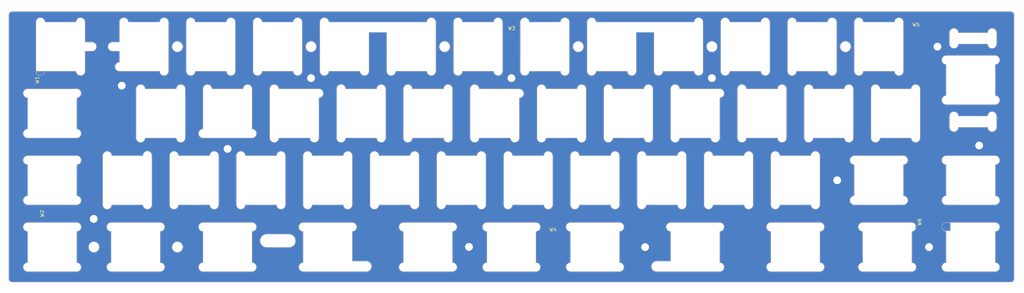
<source format=kicad_pcb>
(kicad_pcb (version 4) (host pcbnew r6904-product)
  (layers (0 F.Cu power) (31 B.Cu power) (34 B.Paste user) (36 B.SilkS user) (38 B.Mask user) (44 Edge.Cuts user))
  (net 0 "")
  (net 1 GND)
  (module footprints:Connector_B_5x10mm (layer F.Cu) (at 85.344 139.446 90)
    (fp_text reference W1 (at 0 -3.81 90) (layer F.SilkS))
    (fp_text value TEST_1P hide)
    (pad 1 connect rect (at 0 0 90) (size 5 10) (layers B.Cu B.Mask) (net 1 GND))
  )
  (module footprints:Connector_B_5x10mm (layer F.Cu) (at 86.741 177.546 90)
    (fp_text reference W2 (at 0 -3.81 90) (layer F.SilkS))
    (fp_text value TEST_1P hide)
    (pad 1 connect rect (at 0 0 90) (size 5 10) (layers B.Cu B.Mask) (net 1 GND))
  )
  (module footprints:Connector_B_5x10mm (layer F.Cu) (at 216.789 128.524)
    (fp_text reference W3 (at 0 -3.81) (layer F.SilkS))
    (fp_text value TEST_1P hide)
    (pad 1 connect rect (at 0 0) (size 5 10) (layers B.Cu B.Mask) (net 1 GND))
  )
  (module footprints:Connector_B_5x10mm (layer F.Cu) (at 228.6 185.928)
    (fp_text reference W4 (at 0 -3.81) (layer F.SilkS))
    (fp_text value TEST_1P hide)
    (pad 1 connect rect (at 0 0) (size 5 10) (layers B.Cu B.Mask) (net 1 GND))
  )
  (module footprints:Connector_B_5x10mm (layer F.Cu) (at 332.105 127.508)
    (fp_text reference W5 (at 0 -3.81) (layer F.SilkS))
    (fp_text value TEST_1P hide)
    (pad 1 connect rect (at 0 0) (size 5 10) (layers B.Cu B.Mask) (net 1 GND))
  )
  (module footprints:Connector_B_5x10mm (layer F.Cu) (at 336.931 179.959 90)
    (fp_text reference W6 (at 0 -3.81 90) (layer F.SilkS))
    (fp_text value TEST_1P hide)
    (pad 1 connect rect (at 0 0 90) (size 5 10) (layers B.Cu B.Mask) (net 1 GND))
  )
  (module footprints:MountingHole_2.2mm_M2_Pad (layer F.Cu) (at 105.6386 141.0716)
    (fp_text reference W7 hide)
    (fp_text value TEST_1P hide)
    (pad 1 thru_hole circle (at 0 0) (size 4.4 4.4) (drill 2.2) (layers *.Cu *.Mask) (net 1 GND))
  )
  (module footprints:MountingHole_2.2mm_M2_Pad (layer F.Cu) (at 97.6376 179.07)
    (fp_text reference W8 hide)
    (fp_text value TEST_1P hide)
    (pad 1 thru_hole circle (at 0 0) (size 4.4 4.4) (drill 2.2) (layers *.Cu *.Mask) (net 1 GND))
  )
  (module footprints:MountingHole_2.2mm_M2_Pad (layer F.Cu) (at 135.8138 159.0802)
    (fp_text reference W9 hide)
    (fp_text value TEST_1P hide)
    (pad 1 thru_hole circle (at 0 0) (size 4.4 4.4) (drill 2.2) (layers *.Cu *.Mask) (net 1 GND))
  )
  (module footprints:MountingHole_2.2mm_M2_Pad (layer F.Cu) (at 159.6136 138.9126)
    (fp_text reference W10 hide)
    (fp_text value TEST_1P hide)
    (pad 1 thru_hole circle (at 0 0) (size 4.4 4.4) (drill 2.2) (layers *.Cu *.Mask) (net 1 GND))
  )
  (module footprints:MountingHole_2.2mm_M2_Pad (layer F.Cu) (at 216.7636 138.9126)
    (fp_text reference W11 hide)
    (fp_text value TEST_1P hide)
    (pad 1 thru_hole circle (at 0 0) (size 4.4 4.4) (drill 2.2) (layers *.Cu *.Mask) (net 1 GND))
  )
  (module footprints:MountingHole_2.2mm_M2_Pad (layer F.Cu) (at 204.6478 187.0456)
    (fp_text reference W12 hide)
    (fp_text value TEST_1P hide)
    (pad 1 thru_hole circle (at 0 0) (size 4.4 4.4) (drill 2.2) (layers *.Cu *.Mask) (net 1 GND))
  )
  (module footprints:MountingHole_2.2mm_M2_Pad (layer F.Cu) (at 254.8636 187.0964)
    (fp_text reference W13 hide)
    (fp_text value TEST_1P hide)
    (pad 1 thru_hole circle (at 0 0) (size 4.4 4.4) (drill 2.2) (layers *.Cu *.Mask) (net 1 GND))
  )
  (module footprints:MountingHole_2.2mm_M2_Pad (layer F.Cu) (at 273.9136 138.9126)
    (fp_text reference W14 hide)
    (fp_text value TEST_1P hide)
    (pad 1 thru_hole circle (at 0 0) (size 4.4 4.4) (drill 2.2) (layers *.Cu *.Mask) (net 1 GND))
  )
  (module footprints:MountingHole_2.2mm_M2_Pad (layer F.Cu) (at 309.6514 168.0464)
    (fp_text reference W15 hide)
    (fp_text value TEST_1P hide)
    (pad 1 thru_hole circle (at 0 0) (size 4.4 4.4) (drill 2.2) (layers *.Cu *.Mask) (net 1 GND))
  )
  (module footprints:MountingHole_2.2mm_M2_Pad (layer F.Cu) (at 338.2264 129.9464)
    (fp_text reference W16 hide)
    (fp_text value TEST_1P hide)
    (pad 1 thru_hole circle (at 0 0) (size 4.4 4.4) (drill 2.2) (layers *.Cu *.Mask) (net 1 GND))
  )
  (module footprints:MountingHole_2.2mm_M2_Pad (layer F.Cu) (at 350.139 158.1404)
    (fp_text reference W17 hide)
    (fp_text value TEST_1P hide)
    (pad 1 thru_hole circle (at 0 0) (size 4.4 4.4) (drill 2.2) (layers *.Cu *.Mask) (net 1 GND))
  )
  (module footprints:MountingHole_2.2mm_M2_Pad (layer F.Cu) (at 335.8388 187.0964)
    (fp_text reference W18 hide)
    (fp_text value TEST_1P hide)
    (pad 1 thru_hole circle (at 0 0) (size 4.4 4.4) (drill 2.2) (layers *.Cu *.Mask) (net 1 GND))
  )
  (gr_line (start 146.95 187.15) (end 153.3 187.15) (angle 90) (layer Edge.Cuts) (width 0.1))
  (gr_line (start 146.95 183.45) (end 153.3 183.45) (angle 90) (layer Edge.Cuts) (width 0.1))
  (gr_arc (start 146.965 185.3) (end 146.965 187.15) (angle 180) (layer Edge.Cuts) (width 0.1))
  (gr_arc (start 153.315 185.3) (end 153.315 187.15) (angle -180) (layer Edge.Cuts) (width 0.1))
  (gr_arc (start 78.818315 143.234223) (end 79.067062 142.009223) (angle -191.478341) (layer Edge.Cuts) (width 0.1))
  (gr_line (start 79.067062 142.009223) (end 92.520048 142.009223) (layer Edge.Cuts) (width 0.1))
  (gr_line (start 78.818315 153.458661) (end 78.818315 144.484223) (layer Edge.Cuts) (width 0.1))
  (gr_arc (start 160.574385 155.959703) (end 159.324385 155.959703) (angle -178.4078265) (layer Edge.Cuts) (width 0.1))
  (gr_arc (start 160.574385 155.959703) (end 161.823902 155.994434) (angle -3.184347) (layer Edge.Cuts) (width 0.1))
  (gr_line (start 161.823902 144.484223) (end 161.823902 155.924971) (layer Edge.Cuts) (width 0.1))
  (gr_line (start 159.324385 155.959703) (end 150.374946 155.959703) (layer Edge.Cuts) (width 0.1))
  (gr_arc (start 198.67695 155.959703) (end 197.42695 155.959703) (angle -175.9979877) (layer Edge.Cuts) (width 0.1))
  (gr_arc (start 198.67695 155.959703) (end 199.923902 156.046942) (angle -8.00402453) (layer Edge.Cuts) (width 0.1))
  (gr_line (start 199.923902 142.096462) (end 199.923902 155.872463) (layer Edge.Cuts) (width 0.1))
  (gr_line (start 197.42695 155.959703) (end 188.477512 155.959703) (layer Edge.Cuts) (width 0.1))
  (gr_line (start 238.023902 142.043954) (end 238.023902 155.924971) (layer Edge.Cuts) (width 0.1))
  (gr_arc (start 236.774385 155.959703) (end 235.524385 155.959703) (angle -181.5921735) (layer Edge.Cuts) (width 0.1))
  (gr_line (start 235.524385 155.959703) (end 226.574946 155.959703) (layer Edge.Cuts) (width 0.1))
  (gr_arc (start 276.135815 143.234223) (end 276.125426 144.48418) (angle -168.9978429) (layer Edge.Cuts) (width 0.1))
  (gr_arc (start 276.135815 143.234223) (end 276.384562 142.009223) (angle -22.95668191) (layer Edge.Cuts) (width 0.1))
  (gr_line (start 276.125426 144.48418) (end 276.125426 155.802646) (layer Edge.Cuts) (width 0.1))
  (gr_line (start 264.685894 142.009223) (end 275.887068 142.009223) (layer Edge.Cuts) (width 0.1))
  (gr_line (start 273.635332 155.959703) (end 264.685894 155.959703) (layer Edge.Cuts) (width 0.1))
  (gr_arc (start 274.885332 155.959703) (end 273.635332 155.959703) (angle -172.7819644) (layer Edge.Cuts) (width 0.1))
  (gr_arc (start 274.885332 155.959703) (end 276.125426 156.11676) (angle -14.43607114) (layer Edge.Cuts) (width 0.1))
  (gr_line (start 169.427262 142.009223) (end 178.371597 142.009223) (layer Edge.Cuts) (width 0.1))
  (gr_arc (start 168.177512 141.984223) (end 169.427512 141.984223) (angle -180) (layer Edge.Cuts) (width 0.1))
  (gr_arc (start 157.396898 192.812649) (end 157.396898 191.562649) (angle -183.7789408) (layer Edge.Cuts) (width 0.1))
  (gr_line (start 157.479282 194.059931) (end 175.381514 194.059931) (layer Edge.Cuts) (width 0.1))
  (gr_line (start 258.151989 194.059931) (end 276.039994 194.059931) (layer Edge.Cuts) (width 0.1))
  (gr_arc (start 276.122378 192.812649) (end 276.039994 194.059931) (angle -183.7789408) (layer Edge.Cuts) (width 0.1))
  (gr_arc (start 320.574946 155.959703) (end 319.325962 155.909315) (angle -182.3102492) (layer Edge.Cuts) (width 0.1))
  (gr_line (start 319.325962 155.909315) (end 319.325962 142.059611) (layer Edge.Cuts) (width 0.1))
  (gr_arc (start 354.70312 173.762725) (end 354.619591 175.009931) (angle -183.8315699) (layer Edge.Cuts) (width 0.1))
  (gr_line (start 340.83617 175.009931) (end 354.619591 175.009931) (layer Edge.Cuts) (width 0.1))
  (gr_arc (start 340.75264 173.762725) (end 340.75264 172.512725) (angle -183.8315699) (layer Edge.Cuts) (width 0.1))
  (gr_arc (start 328.509878 173.762725) (end 328.426349 175.009931) (angle -183.8315699) (layer Edge.Cuts) (width 0.1))
  (gr_line (start 314.642928 175.009931) (end 328.426349 175.009931) (layer Edge.Cuts) (width 0.1))
  (gr_arc (start 314.559398 173.762725) (end 314.559398 172.512725) (angle -183.8315699) (layer Edge.Cuts) (width 0.1))
  (gr_arc (start 291.999692 161.059223) (end 293.249692 161.059223) (angle -182.5829813) (layer Edge.Cuts) (width 0.1))
  (gr_line (start 290.750962 174.95337) (end 290.750962 161.115556) (layer Edge.Cuts) (width 0.1))
  (gr_arc (start 291.999692 175.009703) (end 290.750962 174.95337) (angle -182.5829813) (layer Edge.Cuts) (width 0.1))
  (gr_line (start 271.700962 174.95337) (end 271.700962 161.115556) (layer Edge.Cuts) (width 0.1))
  (gr_arc (start 272.949692 161.059223) (end 274.199692 161.059223) (angle -182.5829813) (layer Edge.Cuts) (width 0.1))
  (gr_arc (start 272.949692 175.009703) (end 271.700962 174.95337) (angle -182.5829813) (layer Edge.Cuts) (width 0.1))
  (gr_arc (start 265.360078 161.059223) (end 266.600426 161.214261) (angle -187.1247746) (layer Edge.Cuts) (width 0.1))
  (gr_line (start 266.600426 161.214261) (end 266.600426 174.854665) (layer Edge.Cuts) (width 0.1))
  (gr_arc (start 265.360078 175.009703) (end 264.110078 175.009703) (angle -187.1247746) (layer Edge.Cuts) (width 0.1))
  (gr_arc (start 246.304465 161.063287) (end 247.550426 161.163687) (angle -184.6069664) (layer Edge.Cuts) (width 0.1))
  (gr_line (start 247.550426 161.163687) (end 247.550426 174.913367) (layer Edge.Cuts) (width 0.1))
  (gr_arc (start 246.304465 175.013767) (end 245.054465 175.013767) (angle -184.6069664) (layer Edge.Cuts) (width 0.1))
  (gr_line (start 214.550962 174.95337) (end 214.550962 161.115556) (layer Edge.Cuts) (width 0.1))
  (gr_arc (start 215.799692 175.009703) (end 214.550962 174.95337) (angle -182.5829813) (layer Edge.Cuts) (width 0.1))
  (gr_arc (start 196.749692 175.009703) (end 195.500962 174.95337) (angle -182.5829813) (layer Edge.Cuts) (width 0.1))
  (gr_line (start 195.500962 174.95337) (end 195.500962 161.115556) (layer Edge.Cuts) (width 0.1))
  (gr_arc (start 196.749692 161.059223) (end 197.999692 161.059223) (angle -182.5829813) (layer Edge.Cuts) (width 0.1))
  (gr_arc (start 189.151696 161.059223) (end 190.398902 160.975693) (angle -176.1684301) (layer Edge.Cuts) (width 0.1))
  (gr_line (start 190.398902 160.975693) (end 190.398902 174.926173) (layer Edge.Cuts) (width 0.1))
  (gr_arc (start 189.151696 175.009703) (end 187.901696 175.009703) (angle -183.8315699) (layer Edge.Cuts) (width 0.1))
  (gr_arc (start 158.646898 175.013767) (end 157.399692 174.930237) (angle -183.8315699) (layer Edge.Cuts) (width 0.1))
  (gr_line (start 157.399692 174.930237) (end 157.399692 161.146816) (layer Edge.Cuts) (width 0.1))
  (gr_arc (start 158.646898 161.063287) (end 159.896892 161.059223) (angle -183.6452895) (layer Edge.Cuts) (width 0.1))
  (gr_line (start 138.350962 174.95337) (end 138.350962 161.115556) (layer Edge.Cuts) (width 0.1))
  (gr_arc (start 139.599692 161.059223) (end 140.849692 161.059223) (angle -182.5829813) (layer Edge.Cuts) (width 0.1))
  (gr_arc (start 139.599692 175.009703) (end 138.350962 174.95337) (angle -182.5829813) (layer Edge.Cuts) (width 0.1))
  (gr_arc (start 120.549692 161.059223) (end 121.799692 161.059223) (angle -182.5829813) (layer Edge.Cuts) (width 0.1))
  (gr_line (start 119.300962 175.066036) (end 119.300962 161.115556) (layer Edge.Cuts) (width 0.1))
  (gr_arc (start 120.549692 175.009703) (end 119.300962 175.066036) (angle -177.4170187) (layer Edge.Cuts) (width 0.1))
  (gr_arc (start 92.768795 143.234223) (end 92.768795 144.484223) (angle -191.478341) (layer Edge.Cuts) (width 0.1))
  (gr_line (start 142.773902 142.043954) (end 142.773902 153.458662) (layer Edge.Cuts) (width 0.1))
  (gr_arc (start 141.524385 142.009223) (end 142.773902 142.043954) (angle -181.5921735) (layer Edge.Cuts) (width 0.1))
  (gr_line (start 166.924692 155.88412) (end 166.924692 141.984223) (layer Edge.Cuts) (width 0.1))
  (gr_arc (start 168.172152 155.963767) (end 166.924692 155.88412) (angle -183.6531964) (layer Edge.Cuts) (width 0.1))
  (gr_arc (start 217.724385 155.959703) (end 216.474385 155.959703) (angle -181.5921735) (layer Edge.Cuts) (width 0.1))
  (gr_line (start 218.973902 144.543954) (end 218.973902 155.924971) (layer Edge.Cuts) (width 0.1))
  (gr_line (start 257.075426 142.116791) (end 257.075426 155.860263) (layer Edge.Cuts) (width 0.1))
  (gr_arc (start 255.829719 155.963767) (end 254.579719 155.963767) (angle -184.7497113) (layer Edge.Cuts) (width 0.1))
  (gr_arc (start 301.524946 142.009223) (end 302.774946 142.009223) (angle -182.3102492) (layer Edge.Cuts) (width 0.1))
  (gr_line (start 300.275962 155.909315) (end 300.275962 142.059611) (layer Edge.Cuts) (width 0.1))
  (gr_arc (start 301.524946 155.959703) (end 300.275962 155.909315) (angle -182.3102492) (layer Edge.Cuts) (width 0.1))
  (gr_line (start 281.225962 155.909315) (end 281.225962 142.059611) (layer Edge.Cuts) (width 0.1))
  (gr_arc (start 282.474946 155.959703) (end 281.225962 155.909315) (angle -182.3102492) (layer Edge.Cuts) (width 0.1))
  (gr_arc (start 282.474946 142.009223) (end 283.724946 142.009223) (angle -182.3102492) (layer Edge.Cuts) (width 0.1))
  (gr_line (start 105.011938 128.684703) (end 105.011938 123.20797) (layer Edge.Cuts) (width 0.1))
  (gr_arc (start 106.236938 122.959223) (end 107.486938 122.959223) (angle -191.478341) (layer Edge.Cuts) (width 0.1))
  (gr_line (start 188.477512 142.009223) (end 197.42695 142.009223) (layer Edge.Cuts) (width 0.1))
  (gr_arc (start 198.67695 142.009223) (end 199.923902 142.096462) (angle -184.0020123) (layer Edge.Cuts) (width 0.1))
  (gr_line (start 207.524946 142.009223) (end 218.973902 142.009223) (layer Edge.Cuts) (width 0.1))
  (gr_line (start 102.749438 161.059223) (end 111.700813 161.059223) (layer Edge.Cuts) (width 0.1))
  (gr_line (start 114.198902 161.034223) (end 114.198902 175.034931) (layer Edge.Cuts) (width 0.1))
  (gr_arc (start 112.949385 160.999491) (end 114.198902 161.034223) (angle -181.5921735) (layer Edge.Cuts) (width 0.1))
  (gr_arc (start 218.973902 143.293954) (end 218.973902 144.543954) (angle -180) (layer Edge.Cuts) (width 0.1))
  (gr_line (start 78.818315 191.558509) (end 78.818315 182.60907) (layer Edge.Cuts) (width 0.1))
  (gr_line (start 78.818315 180.10907) (end 92.768793 180.10907) (layer Edge.Cuts) (width 0.1))
  (gr_line (start 92.767805 182.60907) (end 92.767805 191.558509) (layer Edge.Cuts) (width 0.1))
  (gr_line (start 102.630688 191.558509) (end 102.630688 182.60907) (layer Edge.Cuts) (width 0.1))
  (gr_line (start 102.630688 180.10907) (end 116.581166 180.10907) (layer Edge.Cuts) (width 0.1))
  (gr_line (start 116.581676 182.60907) (end 116.581676 191.558509) (layer Edge.Cuts) (width 0.1))
  (gr_line (start 128.824692 191.558509) (end 128.824692 182.60907) (layer Edge.Cuts) (width 0.1))
  (gr_line (start 128.824692 180.10907) (end 142.77517 180.10907) (layer Edge.Cuts) (width 0.1))
  (gr_line (start 142.773902 182.60907) (end 142.773902 191.55851) (layer Edge.Cuts) (width 0.1))
  (gr_line (start 157.396898 182.613211) (end 157.396898 191.562649) (layer Edge.Cuts) (width 0.1))
  (gr_line (start 171.347377 180.113211) (end 157.3969 180.113211) (layer Edge.Cuts) (width 0.1))
  (gr_line (start 171.351696 191.174523) (end 171.351696 182.613203) (layer Edge.Cuts) (width 0.1))
  (gr_line (start 175.381512 191.149523) (end 171.376696 191.149523) (layer Edge.Cuts) (width 0.1))
  (gr_line (start 185.974692 191.558509) (end 185.974692 182.60907) (layer Edge.Cuts) (width 0.1))
  (gr_line (start 185.974694 180.10907) (end 199.92517 180.10907) (layer Edge.Cuts) (width 0.1))
  (gr_line (start 199.923902 182.60907) (end 199.923902 191.55851) (layer Edge.Cuts) (width 0.1))
  (gr_line (start 209.787192 191.558509) (end 209.787192 182.60907) (layer Edge.Cuts) (width 0.1))
  (gr_line (start 209.787193 180.10907) (end 223.737672 180.10907) (layer Edge.Cuts) (width 0.1))
  (gr_line (start 225.999131 175.009931) (end 217.049692 175.009931) (layer Edge.Cuts) (width 0.1))
  (gr_line (start 206.949131 175.009931) (end 197.999692 175.009931) (layer Edge.Cuts) (width 0.1))
  (gr_line (start 187.901696 175.009931) (end 178.952258 175.009931) (layer Edge.Cuts) (width 0.1))
  (gr_line (start 168.846343 175.009931) (end 159.896892 175.009931) (layer Edge.Cuts) (width 0.1))
  (gr_line (start 149.799131 175.009931) (end 140.849692 175.009931) (layer Edge.Cuts) (width 0.1))
  (gr_line (start 130.749131 175.009931) (end 121.799692 175.009931) (layer Edge.Cuts) (width 0.1))
  (gr_line (start 111.698877 175.009931) (end 102.749438 175.009931) (layer Edge.Cuts) (width 0.1))
  (gr_line (start 100.249438 175.0097) (end 100.249438 161.059225) (layer Edge.Cuts) (width 0.1))
  (gr_line (start 92.767805 163.559222) (end 92.767805 172.508662) (layer Edge.Cuts) (width 0.1))
  (gr_line (start 78.818318 161.059223) (end 92.768793 161.059223) (layer Edge.Cuts) (width 0.1))
  (gr_line (start 78.818315 172.508661) (end 78.818315 163.559223) (layer Edge.Cuts) (width 0.1))
  (gr_line (start 92.767805 144.484222) (end 92.767805 153.458662) (layer Edge.Cuts) (width 0.1))
  (gr_line (start 104.986938 131.184703) (end 102.98694 131.184703) (layer Edge.Cuts) (width 0.1))
  (gr_line (start 104.986938 128.684703) (end 102.98694 128.684703) (layer Edge.Cuts) (width 0.1))
  (gr_line (start 95.150426 131.184703) (end 95.150426 136.909701) (layer Edge.Cuts) (width 0.1))
  (gr_line (start 92.650426 136.909703) (end 83.700988 136.909703) (layer Edge.Cuts) (width 0.1))
  (gr_line (start 81.200988 136.909701) (end 81.200988 122.959226) (layer Edge.Cuts) (width 0.1))
  (gr_line (start 354.705279 194.059931) (end 340.7548 194.059931) (layer Edge.Cuts) (width 0.1))
  (gr_line (start 354.70566 182.610493) (end 354.70566 191.559932) (layer Edge.Cuts) (width 0.1))
  (gr_line (start 340.75518 191.559932) (end 340.75518 182.610493) (layer Edge.Cuts) (width 0.1))
  (gr_line (start 330.89316 182.60907) (end 330.89316 191.558509) (layer Edge.Cuts) (width 0.1))
  (gr_line (start 316.918442 180.10907) (end 330.893921 180.10907) (layer Edge.Cuts) (width 0.1))
  (gr_line (start 316.943442 191.558509) (end 316.943442 182.60907) (layer Edge.Cuts) (width 0.1))
  (gr_line (start 304.698902 182.60907) (end 304.698902 191.55851) (layer Edge.Cuts) (width 0.1))
  (gr_line (start 290.749693 180.10907) (end 304.700172 180.10907) (layer Edge.Cuts) (width 0.1))
  (gr_line (start 290.749692 191.558509) (end 290.749692 182.60907) (layer Edge.Cuts) (width 0.1))
  (gr_line (start 262.171898 182.613211) (end 262.171898 191.174523) (layer Edge.Cuts) (width 0.1))
  (gr_line (start 276.126696 191.562657) (end 276.126696 182.613203) (layer Edge.Cuts) (width 0.1))
  (gr_line (start 262.146898 191.149523) (end 258.151989 191.149523) (layer Edge.Cuts) (width 0.1))
  (gr_line (start 233.600964 180.10907) (end 247.551441 180.10907) (layer Edge.Cuts) (width 0.1))
  (gr_line (start 247.550426 182.60907) (end 247.550426 191.558509) (layer Edge.Cuts) (width 0.1))
  (gr_line (start 233.600962 191.558509) (end 233.600962 182.60907) (layer Edge.Cuts) (width 0.1))
  (gr_line (start 223.737926 182.60907) (end 223.737926 191.558509) (layer Edge.Cuts) (width 0.1))
  (gr_line (start 245.054471 175.009931) (end 236.10502 175.009931) (layer Edge.Cuts) (width 0.1))
  (gr_line (start 264.110078 175.009931) (end 255.16064 175.009931) (layer Edge.Cuts) (width 0.1))
  (gr_line (start 283.149131 175.009931) (end 274.199692 175.009931) (layer Edge.Cuts) (width 0.1))
  (gr_line (start 302.199131 175.009931) (end 293.249692 175.009931) (layer Edge.Cuts) (width 0.1))
  (gr_line (start 328.509876 161.063287) (end 314.559399 161.063287) (layer Edge.Cuts) (width 0.1))
  (gr_line (start 314.559398 163.563287) (end 314.559398 172.512725) (layer Edge.Cuts) (width 0.1))
  (gr_line (start 328.51318 163.563282) (end 328.51318 172.51273) (layer Edge.Cuts) (width 0.1))
  (gr_line (start 340.75264 172.512725) (end 340.75264 163.563287) (layer Edge.Cuts) (width 0.1))
  (gr_line (start 354.7082 172.512736) (end 354.7082 163.563277) (layer Edge.Cuts) (width 0.1))
  (gr_line (start 354.703119 161.063287) (end 340.752641 161.063287) (layer Edge.Cuts) (width 0.1))
  (gr_line (start 341.68136 152.907606) (end 341.68136 149.75891) (layer Edge.Cuts) (width 0.1))
  (gr_line (start 352.578412 152.909131) (end 344.181359 152.909131) (layer Edge.Cuts) (width 0.1))
  (gr_line (start 344.18136 149.758909) (end 352.578411 149.758909) (layer Edge.Cuts) (width 0.1))
  (gr_line (start 341.68136 129.158491) (end 341.68136 126.009797) (layer Edge.Cuts) (width 0.1))
  (gr_line (start 352.578411 129.158493) (end 344.18136 129.158493) (layer Edge.Cuts) (width 0.1))
  (gr_line (start 344.18136 126.009795) (end 352.578411 126.009795) (layer Edge.Cuts) (width 0.1))
  (gr_line (start 354.705277 146.434703) (end 340.754802 146.434703) (layer Edge.Cuts) (width 0.1))
  (gr_line (start 340.75518 143.934703) (end 340.75518 134.985264) (layer Edge.Cuts) (width 0.1))
  (gr_line (start 354.70566 134.985264) (end 354.70566 143.934703) (layer Edge.Cuts) (width 0.1))
  (gr_line (start 330.774385 155.959703) (end 321.824946 155.959703) (layer Edge.Cuts) (width 0.1))
  (gr_line (start 311.724385 155.959703) (end 302.774946 155.959703) (layer Edge.Cuts) (width 0.1))
  (gr_line (start 292.674385 155.959703) (end 283.724946 155.959703) (layer Edge.Cuts) (width 0.1))
  (gr_line (start 254.579725 155.959703) (end 245.630274 155.959703) (layer Edge.Cuts) (width 0.1))
  (gr_line (start 216.474385 155.959703) (end 207.524946 155.959703) (layer Edge.Cuts) (width 0.1))
  (gr_line (start 178.371597 155.959703) (end 169.422146 155.959703) (layer Edge.Cuts) (width 0.1))
  (gr_line (start 128.824692 153.458661) (end 128.824692 141.984223) (layer Edge.Cuts) (width 0.1))
  (gr_line (start 123.723902 142.033128) (end 123.723902 155.935798) (layer Edge.Cuts) (width 0.1))
  (gr_line (start 121.224131 155.959703) (end 112.274692 155.959703) (layer Edge.Cuts) (width 0.1))
  (gr_line (start 109.774692 155.9597) (end 109.774692 142.009223) (layer Edge.Cuts) (width 0.1))
  (gr_line (start 147.874692 155.984703) (end 147.874692 142.009224) (layer Edge.Cuts) (width 0.1))
  (gr_line (start 150.374692 142.009223) (end 161.848902 142.009223) (layer Edge.Cuts) (width 0.1))
  (gr_arc (start 149.124692 142.009223) (end 150.37421 141.974491) (angle -178.4078265) (layer Edge.Cuts) (width 0.1))
  (gr_line (start 195.164196 136.909702) (end 195.164196 122.959223) (layer Edge.Cuts) (width 0.1))
  (gr_line (start 192.664203 122.963287) (end 164.659398 122.963287) (layer Edge.Cuts) (width 0.1))
  (gr_arc (start 303.449131 161.059223) (end 304.699131 161.059223) (angle -180) (layer Edge.Cuts) (width 0.1))
  (gr_arc (start 284.399131 161.059223) (end 285.649131 161.059223) (angle -180) (layer Edge.Cuts) (width 0.1))
  (gr_arc (start 227.249131 161.059223) (end 228.499131 161.059223) (angle -180) (layer Edge.Cuts) (width 0.1))
  (gr_arc (start 215.799692 161.059223) (end 217.049692 161.059223) (angle -182.5829813) (layer Edge.Cuts) (width 0.1))
  (gr_arc (start 208.199131 161.059223) (end 209.449131 161.059223) (angle -180) (layer Edge.Cuts) (width 0.1))
  (gr_arc (start 139.599692 161.059223) (end 138.349692 161.059223) (angle -2.582981296) (layer Edge.Cuts) (width 0.1))
  (gr_arc (start 131.999131 161.059223) (end 133.249131 161.059223) (angle -180) (layer Edge.Cuts) (width 0.1))
  (gr_arc (start 120.549692 161.059223) (end 119.299692 161.059223) (angle -2.582981296) (layer Edge.Cuts) (width 0.1))
  (gr_arc (start 101.499438 161.059223) (end 102.749438 161.059223) (angle -180.0000874) (layer Edge.Cuts) (width 0.1))
  (gr_arc (start 122.474131 142.009223) (end 123.723902 142.033128) (angle -1.095790057) (layer Edge.Cuts) (width 0.1))
  (gr_arc (start 122.474131 142.009223) (end 123.723902 141.985318) (angle -178.9042099) (layer Edge.Cuts) (width 0.1))
  (gr_arc (start 236.774385 142.009223) (end 238.023902 142.043954) (angle -181.5921735) (layer Edge.Cuts) (width 0.1))
  (gr_arc (start 163.409398 122.963287) (end 164.659398 122.963287) (angle -180.0000437) (layer Edge.Cuts) (width 0.1))
  (gr_line (start 121.799692 161.059223) (end 130.749131 161.059223) (layer Edge.Cuts) (width 0.1))
  (gr_line (start 140.849692 161.059223) (end 149.799131 161.059223) (layer Edge.Cuts) (width 0.1))
  (gr_arc (start 151.049131 161.059223) (end 152.299131 161.059223) (angle -180) (layer Edge.Cuts) (width 0.1))
  (gr_line (start 159.896892 161.059223) (end 168.846343 161.059223) (layer Edge.Cuts) (width 0.1))
  (gr_arc (start 170.096337 161.063287) (end 171.34633 161.059223) (angle -179.8137196) (layer Edge.Cuts) (width 0.1))
  (gr_line (start 178.952258 161.059223) (end 187.901696 161.059223) (layer Edge.Cuts) (width 0.1))
  (gr_arc (start 177.702258 161.059223) (end 178.952258 161.059223) (angle -180) (layer Edge.Cuts) (width 0.1))
  (gr_line (start 197.999692 161.059223) (end 206.949131 161.059223) (layer Edge.Cuts) (width 0.1))
  (gr_line (start 217.049692 161.059223) (end 225.999131 161.059223) (layer Edge.Cuts) (width 0.1))
  (gr_arc (start 234.855026 161.063287) (end 236.10502 161.059223) (angle -179.8137196) (layer Edge.Cuts) (width 0.1))
  (gr_line (start 236.10502 161.059223) (end 245.054471 161.059223) (layer Edge.Cuts) (width 0.1))
  (gr_arc (start 253.91064 161.059223) (end 255.16064 161.059223) (angle -180) (layer Edge.Cuts) (width 0.1))
  (gr_line (start 255.16064 161.059223) (end 264.110078 161.059223) (layer Edge.Cuts) (width 0.1))
  (gr_line (start 274.199692 161.059223) (end 283.149131 161.059223) (layer Edge.Cuts) (width 0.1))
  (gr_line (start 293.249692 161.059223) (end 302.199131 161.059223) (layer Edge.Cuts) (width 0.1))
  (gr_arc (start 320.574946 142.009223) (end 321.824946 142.009223) (angle -182.3102492) (layer Edge.Cuts) (width 0.1))
  (gr_arc (start 255.829719 142.013287) (end 257.075426 142.116791) (angle -184.7497113) (layer Edge.Cuts) (width 0.1))
  (gr_arc (start 111.024692 142.009223) (end 112.274692 142.009223) (angle -180) (layer Edge.Cuts) (width 0.1))
  (gr_line (start 112.274692 142.009223) (end 121.224131 142.009223) (layer Edge.Cuts) (width 0.1))
  (gr_arc (start 130.074946 142.009223) (end 131.324946 142.009223) (angle -180) (layer Edge.Cuts) (width 0.1))
  (gr_line (start 131.324946 142.009223) (end 140.274385 142.009223) (layer Edge.Cuts) (width 0.1))
  (gr_arc (start 315.812192 122.959223) (end 317.062192 122.959223) (angle -179.9999243) (layer Edge.Cuts) (width 0.1))
  (gr_line (start 314.562192 136.909701) (end 314.562192 122.959224) (layer Edge.Cuts) (width 0.1))
  (gr_arc (start 296.762192 122.959223) (end 298.012192 122.959223) (angle -179.9999563) (layer Edge.Cuts) (width 0.1))
  (gr_line (start 295.512192 136.909702) (end 295.512192 122.959224) (layer Edge.Cuts) (width 0.1))
  (gr_line (start 162.159398 122.963288) (end 162.159398 136.913767) (layer Edge.Cuts) (width 0.1))
  (gr_arc (start 270.122578 122.959223) (end 271.372578 122.959222) (angle -180.1862495) (layer Edge.Cuts) (width 0.1))
  (gr_line (start 271.372578 136.909701) (end 271.372578 122.959224) (layer Edge.Cuts) (width 0.1))
  (gr_line (start 268.872585 122.963287) (end 240.867526 122.963287) (layer Edge.Cuts) (width 0.1))
  (gr_arc (start 220.562192 122.959223) (end 221.812192 122.959223) (angle -179.9999891) (layer Edge.Cuts) (width 0.1))
  (gr_line (start 219.312192 136.909703) (end 219.312192 122.959223) (layer Edge.Cuts) (width 0.1))
  (gr_line (start 200.262192 136.909703) (end 200.262192 122.959223) (layer Edge.Cuts) (width 0.1))
  (gr_arc (start 201.512192 122.959223) (end 202.762192 122.959223) (angle -180) (layer Edge.Cuts) (width 0.1))
  (gr_line (start 143.112192 136.909703) (end 143.112192 122.959223) (layer Edge.Cuts) (width 0.1))
  (gr_arc (start 144.362192 122.959223) (end 145.612192 122.959223) (angle -180) (layer Edge.Cuts) (width 0.1))
  (gr_line (start 124.062192 136.909701) (end 124.062192 122.959223) (layer Edge.Cuts) (width 0.1))
  (gr_arc (start 125.312192 122.959223) (end 126.562192 122.959223) (angle -180) (layer Edge.Cuts) (width 0.1))
  (gr_line (start 95.150426 122.959226) (end 95.150426 128.684703) (layer Edge.Cuts) (width 0.1))
  (gr_arc (start 93.900426 122.959223) (end 95.150426 122.95922) (angle -179.9998764) (layer Edge.Cuts) (width 0.1))
  (gr_arc (start 82.450988 122.959223) (end 83.700988 122.959223) (angle -179.9998764) (layer Edge.Cuts) (width 0.1))
  (gr_line (start 326.011631 136.909703) (end 317.062192 136.909703) (layer Edge.Cuts) (width 0.1))
  (gr_line (start 306.961631 136.909703) (end 298.012192 136.909703) (layer Edge.Cuts) (width 0.1))
  (gr_line (start 287.911631 136.909703) (end 278.962192 136.909703) (layer Edge.Cuts) (width 0.1))
  (gr_line (start 276.462192 136.909702) (end 276.462192 122.934223) (layer Edge.Cuts) (width 0.1))
  (gr_line (start 259.92314 136.909703) (end 268.872578 136.909703) (layer Edge.Cuts) (width 0.1))
  (gr_line (start 240.86752 136.909703) (end 249.816971 136.909703) (layer Edge.Cuts) (width 0.1))
  (gr_line (start 230.761631 136.909703) (end 221.812192 136.909703) (layer Edge.Cuts) (width 0.1))
  (gr_line (start 211.711631 136.909703) (end 202.762192 136.909703) (layer Edge.Cuts) (width 0.1))
  (gr_line (start 183.714758 136.909703) (end 192.664196 136.909703) (layer Edge.Cuts) (width 0.1))
  (gr_line (start 164.659392 136.909703) (end 173.608843 136.909703) (layer Edge.Cuts) (width 0.1))
  (gr_line (start 154.561631 136.909703) (end 145.612192 136.909703) (layer Edge.Cuts) (width 0.1))
  (gr_line (start 135.511631 136.909703) (end 126.562192 136.909703) (layer Edge.Cuts) (width 0.1))
  (gr_line (start 116.461377 136.909703) (end 105.01194 136.909703) (layer Edge.Cuts) (width 0.1))
  (gr_line (start 105.011938 134.409703) (end 105.011938 131.184703) (layer Edge.Cuts) (width 0.1))
  (gr_line (start 321.824946 142.009223) (end 330.774385 142.009223) (layer Edge.Cuts) (width 0.1))
  (gr_line (start 302.774946 142.009223) (end 311.724385 142.009223) (layer Edge.Cuts) (width 0.1))
  (gr_line (start 283.724946 142.009223) (end 292.674385 142.009223) (layer Edge.Cuts) (width 0.1))
  (gr_line (start 245.630274 142.009223) (end 254.579725 142.009223) (layer Edge.Cuts) (width 0.1))
  (gr_line (start 226.574946 142.009223) (end 235.524385 142.009223) (layer Edge.Cuts) (width 0.1))
  (gr_line (start 317.062192 122.959223) (end 326.011631 122.959223) (layer Edge.Cuts) (width 0.1))
  (gr_line (start 298.012192 122.959223) (end 306.961631 122.959223) (layer Edge.Cuts) (width 0.1))
  (gr_line (start 278.962192 122.959223) (end 287.911631 122.959223) (layer Edge.Cuts) (width 0.1))
  (gr_line (start 221.812192 122.959223) (end 230.761631 122.959223) (layer Edge.Cuts) (width 0.1))
  (gr_line (start 202.762192 122.959223) (end 211.711631 122.959223) (layer Edge.Cuts) (width 0.1))
  (gr_line (start 145.612192 122.959223) (end 154.561631 122.959223) (layer Edge.Cuts) (width 0.1))
  (gr_line (start 126.562192 122.959223) (end 135.511631 122.959223) (layer Edge.Cuts) (width 0.1))
  (gr_line (start 107.486938 122.959223) (end 116.461377 122.959223) (layer Edge.Cuts) (width 0.1))
  (gr_line (start 83.700988 122.959223) (end 92.650426 122.959223) (layer Edge.Cuts) (width 0.1))
  (gr_arc (start 142.775172 154.708661) (end 142.775172 155.958661) (angle -180) (layer Edge.Cuts) (width 0.1))
  (gr_arc (start 330.893922 192.808509) (end 330.893922 194.058509) (angle -180) (layer Edge.Cuts) (width 0.1))
  (gr_arc (start 304.700172 192.808509) (end 304.700172 194.058509) (angle -180) (layer Edge.Cuts) (width 0.1))
  (gr_arc (start 247.551442 192.808509) (end 247.551442 194.058509) (angle -180) (layer Edge.Cuts) (width 0.1))
  (gr_arc (start 223.737672 192.808509) (end 223.737672 194.058509) (angle -180) (layer Edge.Cuts) (width 0.1))
  (gr_arc (start 199.925172 192.808509) (end 199.925172 194.058509) (angle -180) (layer Edge.Cuts) (width 0.1))
  (gr_arc (start 142.775172 192.808509) (end 142.775172 194.058509) (angle -180) (layer Edge.Cuts) (width 0.1))
  (gr_arc (start 116.581168 192.808509) (end 116.581168 194.058509) (angle -180) (layer Edge.Cuts) (width 0.1))
  (gr_arc (start 92.768795 154.708661) (end 92.768795 155.958661) (angle -180) (layer Edge.Cuts) (width 0.1))
  (gr_arc (start 92.768795 173.758661) (end 92.768795 175.008661) (angle -180) (layer Edge.Cuts) (width 0.1))
  (gr_arc (start 92.768795 192.808509) (end 92.768795 194.058509) (angle -180) (layer Edge.Cuts) (width 0.1))
  (gr_arc (start 354.705279 192.809931) (end 354.705279 194.059931) (angle -180) (layer Edge.Cuts) (width 0.1))
  (gr_arc (start 354.705279 145.184703) (end 354.705279 146.434703) (angle -180) (layer Edge.Cuts) (width 0.1))
  (gr_arc (start 303.449131 175.009703) (end 302.199131 175.009703) (angle -180) (layer Edge.Cuts) (width 0.1))
  (gr_arc (start 284.399131 175.009703) (end 283.149131 175.009703) (angle -180) (layer Edge.Cuts) (width 0.1))
  (gr_arc (start 227.249131 175.009703) (end 225.999131 175.009703) (angle -180) (layer Edge.Cuts) (width 0.1))
  (gr_arc (start 208.199131 175.009703) (end 206.949131 175.009703) (angle -180) (layer Edge.Cuts) (width 0.1))
  (gr_arc (start 170.096337 175.013767) (end 168.846337 175.013767) (angle -180) (layer Edge.Cuts) (width 0.1))
  (gr_arc (start 151.049131 175.009703) (end 149.799131 175.009703) (angle -180) (layer Edge.Cuts) (width 0.1))
  (gr_arc (start 131.999131 175.009703) (end 130.749131 175.009703) (angle -180) (layer Edge.Cuts) (width 0.1))
  (gr_arc (start 112.948877 175.009703) (end 111.698877 175.009703) (angle -180) (layer Edge.Cuts) (width 0.1))
  (gr_arc (start 332.024385 155.959703) (end 330.774385 155.959703) (angle -180) (layer Edge.Cuts) (width 0.1))
  (gr_arc (start 312.974385 155.959703) (end 311.724385 155.959703) (angle -180) (layer Edge.Cuts) (width 0.1))
  (gr_arc (start 293.924385 155.959703) (end 292.674385 155.959703) (angle -180) (layer Edge.Cuts) (width 0.1))
  (gr_arc (start 179.621591 155.963767) (end 178.371591 155.963767) (angle -180) (layer Edge.Cuts) (width 0.1))
  (gr_arc (start 122.474131 155.959703) (end 121.224131 155.959703) (angle -180) (layer Edge.Cuts) (width 0.1))
  (gr_arc (start 270.122578 136.909703) (end 268.872578 136.909703) (angle -180) (layer Edge.Cuts) (width 0.1))
  (gr_arc (start 251.066965 136.913767) (end 249.816965 136.913767) (angle -180) (layer Edge.Cuts) (width 0.1))
  (gr_arc (start 327.261631 136.909703) (end 326.011631 136.909703) (angle -180) (layer Edge.Cuts) (width 0.1))
  (gr_arc (start 308.211631 136.909703) (end 306.961631 136.909703) (angle -180) (layer Edge.Cuts) (width 0.1))
  (gr_arc (start 289.161631 136.909703) (end 287.911631 136.909703) (angle -180) (layer Edge.Cuts) (width 0.1))
  (gr_arc (start 232.011631 136.909703) (end 230.761631 136.909703) (angle -180) (layer Edge.Cuts) (width 0.1))
  (gr_arc (start 212.961631 136.909703) (end 211.711631 136.909703) (angle -180) (layer Edge.Cuts) (width 0.1))
  (gr_arc (start 193.914196 136.909703) (end 192.664196 136.909703) (angle -180) (layer Edge.Cuts) (width 0.1))
  (gr_arc (start 174.858837 136.913767) (end 173.608837 136.913767) (angle -180) (layer Edge.Cuts) (width 0.1))
  (gr_arc (start 155.811631 136.909703) (end 154.561631 136.909703) (angle -180) (layer Edge.Cuts) (width 0.1))
  (gr_arc (start 136.761631 136.909703) (end 135.511631 136.909703) (angle -180) (layer Edge.Cuts) (width 0.1))
  (gr_arc (start 117.711377 136.909703) (end 116.461377 136.909703) (angle -180) (layer Edge.Cuts) (width 0.1))
  (gr_arc (start 93.900426 136.909703) (end 92.650426 136.909703) (angle -180) (layer Edge.Cuts) (width 0.1))
  (gr_arc (start 105.011938 135.659703) (end 105.011938 134.409703) (angle -180) (layer Edge.Cuts) (width 0.1))
  (gr_arc (start 128.824692 154.708661) (end 128.824692 153.458661) (angle -180) (layer Edge.Cuts) (width 0.1))
  (gr_arc (start 316.943442 192.808509) (end 316.943442 191.558509) (angle -180) (layer Edge.Cuts) (width 0.1))
  (gr_arc (start 290.749692 192.808509) (end 290.749692 191.558509) (angle -180) (layer Edge.Cuts) (width 0.1))
  (gr_arc (start 233.600962 192.808509) (end 233.600962 191.558509) (angle -180) (layer Edge.Cuts) (width 0.1))
  (gr_arc (start 209.787192 192.808509) (end 209.787192 191.558509) (angle -180) (layer Edge.Cuts) (width 0.1))
  (gr_arc (start 185.974692 192.808509) (end 185.974692 191.558509) (angle -180) (layer Edge.Cuts) (width 0.1))
  (gr_arc (start 128.824692 192.808509) (end 128.824692 191.558509) (angle -180) (layer Edge.Cuts) (width 0.1))
  (gr_arc (start 102.630688 192.808509) (end 102.630688 191.558509) (angle -180) (layer Edge.Cuts) (width 0.1))
  (gr_arc (start 78.818315 154.708661) (end 78.818315 153.458661) (angle -180) (layer Edge.Cuts) (width 0.1))
  (gr_arc (start 78.818315 173.758661) (end 78.818315 172.508661) (angle -180) (layer Edge.Cuts) (width 0.1))
  (gr_arc (start 78.818315 192.808509) (end 78.818315 191.558509) (angle -180) (layer Edge.Cuts) (width 0.1))
  (gr_arc (start 340.754799 192.809931) (end 340.754799 191.559931) (angle -180) (layer Edge.Cuts) (width 0.1))
  (gr_arc (start 340.754799 145.184703) (end 340.754799 143.934703) (angle -180) (layer Edge.Cuts) (width 0.1))
  (gr_arc (start 253.91064 175.009703) (end 252.66064 175.009703) (angle -180) (layer Edge.Cuts) (width 0.1))
  (gr_arc (start 234.855026 175.013767) (end 233.605026 175.013767) (angle -180) (layer Edge.Cuts) (width 0.1))
  (gr_arc (start 177.702258 175.009703) (end 176.452258 175.009703) (angle -180) (layer Edge.Cuts) (width 0.1))
  (gr_arc (start 101.499438 175.009703) (end 100.249438 175.009703) (angle -180) (layer Edge.Cuts) (width 0.1))
  (gr_arc (start 263.435894 155.959703) (end 262.185894 155.959703) (angle -180) (layer Edge.Cuts) (width 0.1))
  (gr_arc (start 244.38028 155.963767) (end 243.13028 155.963767) (angle -180) (layer Edge.Cuts) (width 0.1))
  (gr_arc (start 225.324946 155.959703) (end 224.074946 155.959703) (angle -180) (layer Edge.Cuts) (width 0.1))
  (gr_arc (start 206.274946 155.959703) (end 205.024946 155.959703) (angle -180) (layer Edge.Cuts) (width 0.1))
  (gr_arc (start 187.227512 155.959703) (end 185.977512 155.959703) (angle -180) (layer Edge.Cuts) (width 0.1))
  (gr_arc (start 149.124946 155.959703) (end 147.874946 155.959703) (angle -180) (layer Edge.Cuts) (width 0.1))
  (gr_arc (start 111.024692 155.959703) (end 109.774692 155.959703) (angle -180) (layer Edge.Cuts) (width 0.1))
  (gr_arc (start 258.67314 136.909703) (end 257.42314 136.909703) (angle -180) (layer Edge.Cuts) (width 0.1))
  (gr_arc (start 239.617526 136.913767) (end 238.367526 136.913767) (angle -180) (layer Edge.Cuts) (width 0.1))
  (gr_arc (start 315.812192 136.909703) (end 314.562192 136.909703) (angle -180) (layer Edge.Cuts) (width 0.1))
  (gr_arc (start 296.762192 136.909703) (end 295.512192 136.909703) (angle -180) (layer Edge.Cuts) (width 0.1))
  (gr_arc (start 277.712192 136.909703) (end 276.462192 136.909703) (angle -180) (layer Edge.Cuts) (width 0.1))
  (gr_arc (start 220.562192 136.909703) (end 219.312192 136.909703) (angle -180) (layer Edge.Cuts) (width 0.1))
  (gr_arc (start 201.512192 136.909703) (end 200.262192 136.909703) (angle -180) (layer Edge.Cuts) (width 0.1))
  (gr_arc (start 182.464758 136.909703) (end 181.214758 136.909703) (angle -180) (layer Edge.Cuts) (width 0.1))
  (gr_arc (start 163.409398 136.913767) (end 162.159398 136.913767) (angle -180) (layer Edge.Cuts) (width 0.1))
  (gr_arc (start 144.362192 136.909703) (end 143.112192 136.909703) (angle -180) (layer Edge.Cuts) (width 0.1))
  (gr_arc (start 125.312192 136.909703) (end 124.062192 136.909703) (angle -180) (layer Edge.Cuts) (width 0.1))
  (gr_arc (start 82.450988 136.909703) (end 81.200988 136.909703) (angle -180) (layer Edge.Cuts) (width 0.1))
  (gr_line (start 330.91816 194.059931) (end 316.918442 194.059931) (layer Edge.Cuts) (width 0.1))
  (gr_line (start 304.723902 194.059931) (end 290.724692 194.059931) (layer Edge.Cuts) (width 0.1))
  (gr_line (start 247.575426 194.059931) (end 233.575962 194.059931) (layer Edge.Cuts) (width 0.1))
  (gr_line (start 223.762926 194.059931) (end 209.762192 194.059931) (layer Edge.Cuts) (width 0.1))
  (gr_line (start 199.948902 194.059931) (end 185.949692 194.059931) (layer Edge.Cuts) (width 0.1))
  (gr_line (start 142.798902 194.059931) (end 128.799692 194.059931) (layer Edge.Cuts) (width 0.1))
  (gr_line (start 142.798902 155.959703) (end 128.799692 155.959703) (layer Edge.Cuts) (width 0.1))
  (gr_line (start 116.606676 194.059931) (end 102.605688 194.059931) (layer Edge.Cuts) (width 0.1))
  (gr_line (start 92.792805 194.059931) (end 78.793315 194.059931) (layer Edge.Cuts) (width 0.1))
  (gr_line (start 92.792805 175.009931) (end 78.793315 175.009931) (layer Edge.Cuts) (width 0.1))
  (gr_line (start 92.792805 155.959703) (end 78.793315 155.959703) (layer Edge.Cuts) (width 0.1))
  (gr_arc (start 258.151986 192.604727) (end 258.151986 191.149523) (angle -180) (layer Edge.Cuts) (width 0.1))
  (gr_arc (start 175.381514 192.604727) (end 175.381514 194.059931) (angle -180) (layer Edge.Cuts) (width 0.1))
  (gr_arc (start 328.509878 162.313287) (end 328.509878 163.563287) (angle -180) (layer Edge.Cuts) (width 0.1))
  (gr_arc (start 354.70312 162.313287) (end 354.70312 163.563287) (angle -180) (layer Edge.Cuts) (width 0.1))
  (gr_arc (start 330.893922 181.35907) (end 330.893922 182.60907) (angle -180) (layer Edge.Cuts) (width 0.1))
  (gr_arc (start 304.700172 181.35907) (end 304.700172 182.60907) (angle -180) (layer Edge.Cuts) (width 0.1))
  (gr_arc (start 276.122378 181.363211) (end 276.122378 182.613211) (angle -180) (layer Edge.Cuts) (width 0.1))
  (gr_arc (start 247.551442 181.35907) (end 247.551442 182.60907) (angle -180) (layer Edge.Cuts) (width 0.1))
  (gr_arc (start 223.737672 181.35907) (end 223.737672 182.60907) (angle -180) (layer Edge.Cuts) (width 0.1))
  (gr_arc (start 199.925172 181.35907) (end 199.925172 182.60907) (angle -180) (layer Edge.Cuts) (width 0.1))
  (gr_arc (start 171.347378 181.363211) (end 171.347378 182.613211) (angle -180) (layer Edge.Cuts) (width 0.1))
  (gr_arc (start 142.775172 181.35907) (end 142.775172 182.60907) (angle -180) (layer Edge.Cuts) (width 0.1))
  (gr_arc (start 116.581168 181.35907) (end 116.581168 182.60907) (angle -180) (layer Edge.Cuts) (width 0.1))
  (gr_arc (start 92.768795 162.309223) (end 92.768795 163.559223) (angle -180) (layer Edge.Cuts) (width 0.1))
  (gr_arc (start 92.768795 181.35907) (end 92.768795 182.60907) (angle -180) (layer Edge.Cuts) (width 0.1))
  (gr_arc (start 354.705279 181.360493) (end 354.705279 182.610493) (angle -180) (layer Edge.Cuts) (width 0.1))
  (gr_arc (start 354.705279 133.735264) (end 354.705279 134.985264) (angle -180) (layer Edge.Cuts) (width 0.1))
  (gr_arc (start 332.024385 142.009223) (end 333.274385 142.009223) (angle -180) (layer Edge.Cuts) (width 0.1))
  (gr_arc (start 312.974385 142.009223) (end 314.224385 142.009223) (angle -180) (layer Edge.Cuts) (width 0.1))
  (gr_arc (start 293.924385 142.009223) (end 295.174385 142.009223) (angle -180) (layer Edge.Cuts) (width 0.1))
  (gr_arc (start 179.621591 142.013287) (end 180.871591 142.013287) (angle -180) (layer Edge.Cuts) (width 0.1))
  (gr_arc (start 327.261631 122.959223) (end 328.511631 122.959223) (angle -180) (layer Edge.Cuts) (width 0.1))
  (gr_arc (start 308.211631 122.959223) (end 309.461631 122.959223) (angle -180) (layer Edge.Cuts) (width 0.1))
  (gr_arc (start 289.161631 122.959223) (end 290.411631 122.959223) (angle -180) (layer Edge.Cuts) (width 0.1))
  (gr_arc (start 232.011631 122.959223) (end 233.261631 122.959223) (angle -180) (layer Edge.Cuts) (width 0.1))
  (gr_arc (start 212.961631 122.959223) (end 214.211631 122.959223) (angle -180) (layer Edge.Cuts) (width 0.1))
  (gr_arc (start 193.914196 122.959223) (end 195.164196 122.959223) (angle -180) (layer Edge.Cuts) (width 0.1))
  (gr_arc (start 155.811631 122.959223) (end 157.061631 122.959223) (angle -180) (layer Edge.Cuts) (width 0.1))
  (gr_arc (start 136.761631 122.959223) (end 138.011631 122.959223) (angle -180) (layer Edge.Cuts) (width 0.1))
  (gr_arc (start 117.711377 122.959223) (end 118.961377 122.959223) (angle -180) (layer Edge.Cuts) (width 0.1))
  (gr_line (start 238.367526 122.963287) (end 238.367526 122.963287) (layer Edge.Cuts) (width 0.1))
  (gr_line (start 340.75518 132.484223) (end 340.75518 132.484223) (layer Edge.Cuts) (width 0.1))
  (gr_line (start 340.75518 180.10907) (end 340.75518 180.10907) (layer Edge.Cuts) (width 0.1))
  (gr_line (start 319.325962 142.009223) (end 319.325962 142.009223) (layer Edge.Cuts) (width 0.1))
  (gr_line (start 316.943442 180.10907) (end 316.943442 180.10907) (layer Edge.Cuts) (width 0.1))
  (gr_line (start 314.562192 122.959223) (end 314.562192 122.959223) (layer Edge.Cuts) (width 0.1))
  (gr_line (start 300.275962 142.009223) (end 300.275962 142.009223) (layer Edge.Cuts) (width 0.1))
  (gr_line (start 295.512192 122.959223) (end 295.512192 122.959223) (layer Edge.Cuts) (width 0.1))
  (gr_line (start 290.750962 161.059223) (end 290.750962 161.059223) (layer Edge.Cuts) (width 0.1))
  (gr_line (start 290.749692 180.10907) (end 290.749692 180.10907) (layer Edge.Cuts) (width 0.1))
  (gr_line (start 281.225962 142.009223) (end 281.225962 142.009223) (layer Edge.Cuts) (width 0.1))
  (gr_line (start 276.462192 122.959223) (end 276.462192 122.959223) (layer Edge.Cuts) (width 0.1))
  (gr_line (start 271.700962 161.059223) (end 271.700962 161.059223) (layer Edge.Cuts) (width 0.1))
  (gr_line (start 262.175962 142.009223) (end 262.175962 142.009223) (layer Edge.Cuts) (width 0.1))
  (gr_line (start 262.171898 180.113211) (end 262.171898 180.113211) (layer Edge.Cuts) (width 0.1))
  (gr_line (start 252.650962 161.059223) (end 252.650962 161.059223) (layer Edge.Cuts) (width 0.1))
  (gr_line (start 243.125962 142.009223) (end 243.125962 142.009223) (layer Edge.Cuts) (width 0.1))
  (gr_line (start 233.600962 161.059223) (end 233.600962 161.059223) (layer Edge.Cuts) (width 0.1))
  (gr_line (start 233.600962 180.10907) (end 233.600962 180.10907) (layer Edge.Cuts) (width 0.1))
  (gr_line (start 224.074692 142.009223) (end 224.074692 142.009223) (layer Edge.Cuts) (width 0.1))
  (gr_line (start 219.312192 122.959223) (end 219.312192 122.959223) (layer Edge.Cuts) (width 0.1))
  (gr_line (start 214.550962 161.059223) (end 214.550962 161.059223) (layer Edge.Cuts) (width 0.1))
  (gr_line (start 209.787192 180.10907) (end 209.787192 180.10907) (layer Edge.Cuts) (width 0.1))
  (gr_line (start 205.024692 142.009223) (end 205.024692 142.009223) (layer Edge.Cuts) (width 0.1))
  (gr_line (start 200.262192 122.959223) (end 200.262192 122.959223) (layer Edge.Cuts) (width 0.1))
  (gr_line (start 195.500962 161.059223) (end 195.500962 161.059223) (layer Edge.Cuts) (width 0.1))
  (gr_line (start 185.974692 180.10907) (end 185.974692 180.10907) (layer Edge.Cuts) (width 0.1))
  (gr_line (start 185.974692 142.009223) (end 185.974692 142.009223) (layer Edge.Cuts) (width 0.1))
  (gr_line (start 176.449692 161.059223) (end 176.449692 161.059223) (layer Edge.Cuts) (width 0.1))
  (gr_line (start 166.924692 142.009223) (end 166.924692 142.009223) (layer Edge.Cuts) (width 0.1))
  (gr_line (start 162.159398 122.963287) (end 162.159398 122.963287) (layer Edge.Cuts) (width 0.1))
  (gr_line (start 157.396898 180.113211) (end 157.396898 180.113211) (layer Edge.Cuts) (width 0.1))
  (gr_line (start 157.399692 161.059223) (end 157.399692 161.059223) (layer Edge.Cuts) (width 0.1))
  (gr_line (start 147.874692 142.009223) (end 147.874692 142.009223) (layer Edge.Cuts) (width 0.1))
  (gr_line (start 143.112192 122.959223) (end 143.112192 122.959223) (layer Edge.Cuts) (width 0.1))
  (gr_line (start 138.350962 161.059223) (end 138.350962 161.059223) (layer Edge.Cuts) (width 0.1))
  (gr_line (start 128.824692 180.10907) (end 128.824692 180.10907) (layer Edge.Cuts) (width 0.1))
  (gr_line (start 128.824692 142.009223) (end 128.824692 142.009223) (layer Edge.Cuts) (width 0.1))
  (gr_line (start 124.062192 122.959223) (end 124.062192 122.959223) (layer Edge.Cuts) (width 0.1))
  (gr_line (start 119.300962 161.059223) (end 119.300962 161.059223) (layer Edge.Cuts) (width 0.1))
  (gr_line (start 109.774692 142.009223) (end 109.774692 142.009223) (layer Edge.Cuts) (width 0.1))
  (gr_line (start 102.630688 180.10907) (end 102.630688 180.10907) (layer Edge.Cuts) (width 0.1))
  (gr_line (start 100.249438 161.059223) (end 100.249438 161.059223) (layer Edge.Cuts) (width 0.1))
  (gr_line (start 78.818315 180.10907) (end 78.818315 180.10907) (layer Edge.Cuts) (width 0.1))
  (gr_line (start 78.818315 161.059223) (end 78.818315 161.059223) (layer Edge.Cuts) (width 0.1))
  (gr_line (start 78.818315 142.009223) (end 78.818315 142.009223) (layer Edge.Cuts) (width 0.1))
  (gr_arc (start 314.559398 162.313287) (end 314.559398 161.063287) (angle -180) (layer Edge.Cuts) (width 0.1))
  (gr_arc (start 340.75264 162.313287) (end 340.75264 161.063287) (angle -180) (layer Edge.Cuts) (width 0.1))
  (gr_arc (start 316.943442 181.35907) (end 316.943442 180.10907) (angle -180) (layer Edge.Cuts) (width 0.1))
  (gr_arc (start 290.749692 181.35907) (end 290.749692 180.10907) (angle -180) (layer Edge.Cuts) (width 0.1))
  (gr_arc (start 262.171898 181.363211) (end 262.171898 180.113211) (angle -180) (layer Edge.Cuts) (width 0.1))
  (gr_arc (start 233.600962 181.35907) (end 233.600962 180.10907) (angle -180) (layer Edge.Cuts) (width 0.1))
  (gr_arc (start 209.787192 181.35907) (end 209.787192 180.10907) (angle -180) (layer Edge.Cuts) (width 0.1))
  (gr_arc (start 185.974692 181.35907) (end 185.974692 180.10907) (angle -180) (layer Edge.Cuts) (width 0.1))
  (gr_arc (start 157.396898 181.363211) (end 157.396898 180.113211) (angle -180) (layer Edge.Cuts) (width 0.1))
  (gr_arc (start 128.824692 181.35907) (end 128.824692 180.10907) (angle -180) (layer Edge.Cuts) (width 0.1))
  (gr_arc (start 102.630688 181.35907) (end 102.630688 180.10907) (angle -180) (layer Edge.Cuts) (width 0.1))
  (gr_arc (start 78.818315 162.309223) (end 78.818315 161.059223) (angle -180) (layer Edge.Cuts) (width 0.1))
  (gr_arc (start 78.818315 181.35907) (end 78.818315 180.10907) (angle -180) (layer Edge.Cuts) (width 0.1))
  (gr_arc (start 340.754799 181.360493) (end 340.754799 180.110493) (angle -180) (layer Edge.Cuts) (width 0.1))
  (gr_arc (start 340.754799 133.735264) (end 340.754799 132.485264) (angle -180) (layer Edge.Cuts) (width 0.1))
  (gr_line (start 100.249438 161.059223) (end 100.249438 161.059223) (layer Edge.Cuts) (width 0.1))
  (gr_arc (start 263.435894 142.009223) (end 264.685894 142.009223) (angle -180) (layer Edge.Cuts) (width 0.1))
  (gr_arc (start 244.38028 142.013287) (end 245.63028 142.013287) (angle -180) (layer Edge.Cuts) (width 0.1))
  (gr_arc (start 225.324946 142.009223) (end 226.574946 142.009223) (angle -180) (layer Edge.Cuts) (width 0.1))
  (gr_arc (start 206.274946 142.009223) (end 207.524946 142.009223) (angle -180) (layer Edge.Cuts) (width 0.1))
  (gr_arc (start 187.227512 142.009223) (end 188.477512 142.009223) (angle -180) (layer Edge.Cuts) (width 0.1))
  (gr_line (start 109.774692 142.009223) (end 109.774692 142.009223) (layer Edge.Cuts) (width 0.1))
  (gr_arc (start 239.617526 122.963287) (end 240.867526 122.963287) (angle -180) (layer Edge.Cuts) (width 0.1))
  (gr_arc (start 277.712192 122.959223) (end 278.962192 122.959223) (angle -180) (layer Edge.Cuts) (width 0.1))
  (gr_line (start 105.011938 122.959223) (end 105.011938 122.959223) (layer Edge.Cuts) (width 0.1))
  (gr_line (start 81.200988 122.959223) (end 81.200988 122.959223) (layer Edge.Cuts) (width 0.1))
  (gr_line (start 314.559398 161.063287) (end 314.559398 161.063287) (layer Edge.Cuts) (width 0.1))
  (gr_line (start 340.73018 132.484223) (end 354.73066 132.484223) (layer Edge.Cuts) (width 0.1))
  (gr_line (start 340.73018 180.10907) (end 354.73066 180.10907) (layer Edge.Cuts) (width 0.1))
  (gr_line (start 276.151696 180.113211) (end 262.146898 180.113211) (layer Edge.Cuts) (width 0.1))
  (gr_line (start 252.322578 136.934703) (end 252.322578 125.840237) (layer Edge.Cuts) (width 0.1))
  (gr_line (start 333.27568 141.984223) (end 333.27568 155.984703) (layer Edge.Cuts) (width 0.1))
  (gr_line (start 328.51318 122.934223) (end 328.51318 136.934703) (layer Edge.Cuts) (width 0.1))
  (gr_line (start 314.225426 141.984223) (end 314.225426 155.984703) (layer Edge.Cuts) (width 0.1))
  (gr_line (start 309.462926 122.934223) (end 309.462926 136.934703) (layer Edge.Cuts) (width 0.1))
  (gr_line (start 304.700426 161.034223) (end 304.700426 175.034931) (layer Edge.Cuts) (width 0.1))
  (gr_line (start 295.175426 141.984223) (end 295.175426 155.984703) (layer Edge.Cuts) (width 0.1))
  (gr_line (start 290.412926 122.934223) (end 290.412926 136.934703) (layer Edge.Cuts) (width 0.1))
  (gr_line (start 285.650426 161.034223) (end 285.650426 175.034931) (layer Edge.Cuts) (width 0.1))
  (gr_line (start 233.262926 122.934223) (end 233.262926 136.934703) (layer Edge.Cuts) (width 0.1))
  (gr_line (start 228.500426 161.034223) (end 228.500426 175.034931) (layer Edge.Cuts) (width 0.1))
  (gr_line (start 214.212926 122.934223) (end 214.212926 136.934703) (layer Edge.Cuts) (width 0.1))
  (gr_line (start 209.450426 161.034223) (end 209.450426 175.034931) (layer Edge.Cuts) (width 0.1))
  (gr_line (start 180.873902 141.984223) (end 180.873902 155.984703) (layer Edge.Cuts) (width 0.1))
  (gr_line (start 176.114196 136.934703) (end 176.114196 125.840237) (layer Edge.Cuts) (width 0.1))
  (gr_line (start 171.348902 161.034223) (end 171.348902 175.034931) (layer Edge.Cuts) (width 0.1))
  (gr_line (start 157.062926 122.934223) (end 157.062926 136.934703) (layer Edge.Cuts) (width 0.1))
  (gr_line (start 152.300426 161.034223) (end 152.300426 175.034931) (layer Edge.Cuts) (width 0.1))
  (gr_line (start 138.012926 122.934223) (end 138.012926 136.934703) (layer Edge.Cuts) (width 0.1))
  (gr_line (start 133.250426 161.034223) (end 133.250426 175.034931) (layer Edge.Cuts) (width 0.1))
  (gr_arc (start 161.824385 143.234223) (end 161.824385 144.484223) (angle -180) (layer Edge.Cuts) (width 0.1))
  (gr_arc (start 97.150426 129.934703) (end 97.150426 131.184703) (angle -180) (layer Edge.Cuts) (width 0.1))
  (gr_line (start 118.962926 122.934223) (end 118.962926 136.934703) (layer Edge.Cuts) (width 0.1))
  (gr_line (start 95.150426 128.684703) (end 97.150426 128.684703) (layer Edge.Cuts) (width 0.1))
  (gr_line (start 95.150426 131.184703) (end 97.150426 131.184703) (layer Edge.Cuts) (width 0.1))
  (gr_line (start 257.417526 125.840237) (end 257.417526 136.934703) (layer Edge.Cuts) (width 0.1))
  (gr_line (start 238.367526 122.938287) (end 238.367526 136.934703) (layer Edge.Cuts) (width 0.1))
  (gr_line (start 262.175962 155.984703) (end 262.175962 141.984223) (layer Edge.Cuts) (width 0.1))
  (gr_line (start 252.650962 175.034931) (end 252.650962 161.034223) (layer Edge.Cuts) (width 0.1))
  (gr_line (start 243.125962 155.984703) (end 243.125962 141.984223) (layer Edge.Cuts) (width 0.1))
  (gr_line (start 233.600962 175.034931) (end 233.600962 161.034223) (layer Edge.Cuts) (width 0.1))
  (gr_line (start 224.074692 155.984703) (end 224.074692 141.984223) (layer Edge.Cuts) (width 0.1))
  (gr_line (start 205.024692 155.984703) (end 205.024692 141.984223) (layer Edge.Cuts) (width 0.1))
  (gr_line (start 185.974692 155.984703) (end 185.974692 141.984223) (layer Edge.Cuts) (width 0.1))
  (gr_line (start 176.449692 175.034931) (end 176.449692 161.034223) (layer Edge.Cuts) (width 0.1))
  (gr_line (start 181.209398 125.840237) (end 181.209398 136.934703) (layer Edge.Cuts) (width 0.1))
  (gr_line (start 252.347578 125.840237) (end 257.392526 125.840237) (layer Edge.Cuts) (width 0.1))
  (gr_line (start 176.139196 125.840237) (end 181.184398 125.840237) (layer Edge.Cuts) (width 0.1))
  (gr_arc (start 342.93136 152.907607) (end 341.68136 152.907607) (angle -180) (layer Edge.Cuts) (width 0.1))
  (gr_arc (start 353.828411 152.907607) (end 352.578411 152.907607) (angle -180) (layer Edge.Cuts) (width 0.1))
  (gr_arc (start 342.93136 149.758909) (end 344.18136 149.758909) (angle -180) (layer Edge.Cuts) (width 0.1))
  (gr_arc (start 353.828411 149.758909) (end 355.078411 149.758909) (angle -180) (layer Edge.Cuts) (width 0.1))
  (gr_arc (start 342.93136 129.158493) (end 341.68136 129.158493) (angle -180) (layer Edge.Cuts) (width 0.1))
  (gr_arc (start 353.828411 129.158493) (end 352.578411 129.158493) (angle -180) (layer Edge.Cuts) (width 0.1))
  (gr_arc (start 342.93136 126.009795) (end 344.18136 126.009795) (angle -180) (layer Edge.Cuts) (width 0.1))
  (gr_arc (start 353.828411 126.009795) (end 355.078411 126.009795) (angle -180) (layer Edge.Cuts) (width 0.1))
  (gr_arc (start 102.986938 129.934703) (end 102.986938 128.684703) (angle -180) (layer Edge.Cuts) (width 0.1))
  (gr_circle (center 121.512926 187.084501) (end 123.012926 187.084501) (layer Edge.Cuts) (width 0.1))
  (gr_circle (center 97.699055 187.084501) (end 99.199055 187.084501) (layer Edge.Cuts) (width 0.1))
  (gr_circle (center 312.012926 129.934463) (end 313.512926 129.934463) (layer Edge.Cuts) (width 0.1))
  (gr_circle (center 273.922578 129.934463) (end 275.422578 129.934463) (layer Edge.Cuts) (width 0.1))
  (gr_circle (center 235.812926 129.934463) (end 237.312926 129.934463) (layer Edge.Cuts) (width 0.1))
  (gr_circle (center 197.714196 129.934463) (end 199.214196 129.934463) (layer Edge.Cuts) (width 0.1))
  (gr_circle (center 159.612926 129.934463) (end 161.112926 129.934463) (layer Edge.Cuts) (width 0.1))
  (gr_circle (center 121.512926 129.934463) (end 123.012926 129.934463) (layer Edge.Cuts) (width 0.1))
  (gr_circle (center 135.808968 159.080854) (end 136.857117 159.080854) (layer Edge.Cuts) (width 0.1))
  (gr_circle (center 105.645 141.059) (end 106.693306 141.059) (layer Edge.Cuts) (width 0.1))
  (gr_circle (center 97.645 179.059) (end 98.693306 179.059) (layer Edge.Cuts) (width 0.1))
  (gr_circle (center 204.645 187.059) (end 205.693306 187.059) (layer Edge.Cuts) (width 0.1))
  (gr_circle (center 350.123673 158.134752) (end 351.17212 158.134752) (layer Edge.Cuts) (width 0.1))
  (gr_line (start 355.07996 126.009795) (end 355.07996 129.158493) (layer Edge.Cuts) (width 0.1))
  (gr_line (start 355.07996 149.758909) (end 355.07996 152.909131) (layer Edge.Cuts) (width 0.1))
  (gr_line (start 73.387287 196.109273) (end 73.387287 120.909843) (layer Edge.Cuts) (width 0.1))
  (gr_arc (start 74.387287 196.109273) (end 73.387287 196.109273) (angle -90.026011) (layer Edge.Cuts) (width 0.1))
  (gr_arc (start 74.387287 120.909843) (end 74.387741 119.909843) (angle -90.02600966) (layer Edge.Cuts) (width 0.1))
  (gr_line (start 359.137558 197.109728) (end 74.387741 197.109728) (layer Edge.Cuts) (width 0.1))
  (gr_arc (start 359.13756 196.109728) (end 359.137562 197.109728) (angle -90.02591538) (layer Edge.Cuts) (width 0.1))
  (gr_arc (start 359.13756 120.909337) (end 360.13756 120.909842) (angle -90.02896965) (layer Edge.Cuts) (width 0.1))
  (gr_line (start 74.387741 119.909337) (end 359.13756 119.909337) (layer Edge.Cuts) (width 0.1))
  (gr_line (start 360.13832 120.909843) (end 360.13832 196.109273) (layer Edge.Cuts) (width 0.1))
  (gr_circle (center 335.83624 187.091088) (end 336.88462 187.091088) (layer Edge.Cuts) (width 0.1))
  (gr_circle (center 338.215379 129.939998) (end 339.264198 129.939998) (layer Edge.Cuts) (width 0.1))
  (gr_circle (center 309.639428 168.040051) (end 310.688059 168.040051) (layer Edge.Cuts) (width 0.1))
  (gr_circle (center 273.922806 138.900957) (end 274.971104 138.900957) (layer Edge.Cuts) (width 0.1))
  (gr_circle (center 254.872798 187.091013) (end 255.921104 187.091013) (layer Edge.Cuts) (width 0.1))
  (gr_circle (center 216.771843 138.899901) (end 217.820369 138.899901) (layer Edge.Cuts) (width 0.1))
  (gr_circle (center 159.622806 138.900957) (end 160.671104 138.900957) (layer Edge.Cuts) (width 0.1))
  (segment (start 313.2074 176.7586) (end 309.6514 173.2026) (width 0.25) (layer B.Cu) (net 1))
  (segment (start 309.6514 173.2026) (end 309.6514 168.0464) (width 0.25) (layer B.Cu) (net 1))
  (segment (start 336.4806 176.7586) (end 313.2074 176.7586) (width 0.25) (layer B.Cu) (net 1))
  (segment (start 336.931 179.959) (end 336.931 177.209) (width 0.25) (layer B.Cu) (net 1))
  (segment (start 336.931 177.209) (end 336.4806 176.7586) (width 0.25) (layer B.Cu) (net 1))
  (segment (start 228.8794 178.181) (end 211.6328 178.181) (width 0.25) (layer B.Cu) (net 1))
  (segment (start 211.6328 160.401) (end 211.6328 178.181) (width 0.25) (layer B.Cu) (net 1))
  (segment (start 211.6328 178.181) (end 207.3656 178.181) (width 0.25) (layer B.Cu) (net 1))
  (segment (start 213.5632 158.4706) (end 211.6328 160.401) (width 0.25) (layer B.Cu) (net 1))
  (segment (start 219.8116 158.4706) (end 213.5632 158.4706) (width 0.25) (layer B.Cu) (net 1))
  (segment (start 221.398869 156.883331) (end 219.8116 158.4706) (width 0.25) (layer B.Cu) (net 1))
  (segment (start 221.398869 140.4366) (end 221.398869 156.883331) (width 0.25) (layer B.Cu) (net 1))
  (segment (start 216.7636 138.9126) (end 219.874869 138.9126) (width 0.25) (layer B.Cu) (net 1))
  (segment (start 219.874869 138.9126) (end 221.398869 140.4366) (width 0.25) (layer B.Cu) (net 1))
  (segment (start 216.7636 138.9126) (end 159.6136 138.9126) (width 0.25) (layer B.Cu) (net 1))
  (segment (start 137.4902 138.9126) (end 145.9992 138.9126) (width 0.25) (layer F.Cu) (net 1))
  (segment (start 145.9992 138.9126) (end 159.6136 138.9126) (width 0.25) (layer F.Cu) (net 1))
  (segment (start 143.1036 159.0802) (end 145.9992 156.1846) (width 0.25) (layer F.Cu) (net 1))
  (segment (start 145.9992 156.1846) (end 145.9992 138.9126) (width 0.25) (layer F.Cu) (net 1))
  (segment (start 135.8138 159.0802) (end 143.1036 159.0802) (width 0.25) (layer F.Cu) (net 1))
  (segment (start 137.449201 138.871601) (end 137.4902 138.9126) (width 0.25) (layer F.Cu) (net 1))
  (segment (start 105.6386 141.0716) (end 107.838599 138.871601) (width 0.25) (layer F.Cu) (net 1))
  (segment (start 107.838599 138.871601) (end 137.449201 138.871601) (width 0.25) (layer F.Cu) (net 1))
  (segment (start 105.6386 141.0716) (end 102.527331 141.0716) (width 0.25) (layer F.Cu) (net 1))
  (segment (start 102.527331 141.0716) (end 97.6376 145.961331) (width 0.25) (layer F.Cu) (net 1))
  (segment (start 97.6376 145.961331) (end 97.6376 175.958731) (width 0.25) (layer F.Cu) (net 1))
  (segment (start 97.6376 175.958731) (end 97.6376 179.07) (width 0.25) (layer F.Cu) (net 1))
  (segment (start 258.0132 177.4698) (end 258.0132 183.9468) (width 0.25) (layer F.Cu) (net 1))
  (segment (start 258.0132 183.9468) (end 254.8636 187.0964) (width 0.25) (layer F.Cu) (net 1))
  (segment (start 313.5376 177.4698) (end 332.5622 177.4698) (width 0.25) (layer F.Cu) (net 1))
  (segment (start 312.1152 177.4698) (end 313.5376 177.4698) (width 0.25) (layer F.Cu) (net 1))
  (segment (start 313.5376 177.4698) (end 258.0132 177.4698) (width 0.25) (layer F.Cu) (net 1))
  (segment (start 332.5622 177.4698) (end 335.9404 180.848) (width 0.25) (layer F.Cu) (net 1))
  (segment (start 310.0578 175.4124) (end 312.1152 177.4698) (width 0.25) (layer F.Cu) (net 1))
  (segment (start 310.0578 171.564069) (end 310.0578 175.4124) (width 0.25) (layer F.Cu) (net 1))
  (segment (start 309.6514 168.0464) (end 309.6514 171.157669) (width 0.25) (layer F.Cu) (net 1))
  (segment (start 309.6514 171.157669) (end 310.0578 171.564069) (width 0.25) (layer F.Cu) (net 1))
  (segment (start 337.8708 133.413269) (end 337.8708 152.9334) (width 0.25) (layer F.Cu) (net 1))
  (segment (start 337.8708 152.9334) (end 337.8708 153.0858) (width 0.25) (layer F.Cu) (net 1))
  (segment (start 336.042 183.781931) (end 336.042 154.7622) (width 0.25) (layer F.Cu) (net 1))
  (segment (start 336.042 154.7622) (end 337.8708 152.9334) (width 0.25) (layer F.Cu) (net 1))
  (segment (start 335.8388 187.0964) (end 335.8388 183.985131) (width 0.25) (layer F.Cu) (net 1))
  (segment (start 335.8388 183.985131) (end 336.042 183.781931) (width 0.25) (layer F.Cu) (net 1))
  (segment (start 337.8708 153.0858) (end 342.9254 158.1404) (width 0.25) (layer F.Cu) (net 1))
  (segment (start 342.9254 158.1404) (end 350.139 158.1404) (width 0.25) (layer F.Cu) (net 1))
  (segment (start 338.2264 129.9464) (end 338.2264 133.057669) (width 0.25) (layer F.Cu) (net 1))
  (segment (start 338.2264 133.057669) (end 337.8708 133.413269) (width 0.25) (layer F.Cu) (net 1))
  (segment (start 306.1208 158.8262) (end 306.1208 164.5158) (width 0.25) (layer B.Cu) (net 1))
  (segment (start 306.1208 164.5158) (end 309.6514 168.0464) (width 0.25) (layer B.Cu) (net 1))
  (segment (start 300.3296 158.8262) (end 306.1208 158.8262) (width 0.25) (layer B.Cu) (net 1))
  (segment (start 297.5864 156.083) (end 300.3296 158.8262) (width 0.25) (layer B.Cu) (net 1))
  (segment (start 297.5864 141.7574) (end 297.5864 156.083) (width 0.25) (layer B.Cu) (net 1))
  (segment (start 295.5544 139.7254) (end 297.5864 141.7574) (width 0.25) (layer B.Cu) (net 1))
  (segment (start 277.837669 139.7254) (end 295.5544 139.7254) (width 0.25) (layer B.Cu) (net 1))
  (segment (start 273.9136 138.9126) (end 277.024869 138.9126) (width 0.25) (layer B.Cu) (net 1))
  (segment (start 277.024869 138.9126) (end 277.837669 139.7254) (width 0.25) (layer B.Cu) (net 1))
  (segment (start 207.3656 178.181) (end 204.6478 180.8988) (width 0.25) (layer B.Cu) (net 1))
  (segment (start 204.6478 180.8988) (end 204.6478 187.0456) (width 0.25) (layer B.Cu) (net 1))
  (segment (start 253.0348 178.181) (end 254.8636 180.0098) (width 0.25) (layer B.Cu) (net 1))
  (segment (start 254.8636 180.0098) (end 254.8636 187.0964) (width 0.25) (layer B.Cu) (net 1))
  (segment (start 228.8794 178.181) (end 253.0348 178.181) (width 0.25) (layer B.Cu) (net 1))
  (segment (start 228.8794 183.1486) (end 228.8794 178.181) (width 0.25) (layer B.Cu) (net 1))
  (segment (start 228.6 185.928) (end 228.6 183.428) (width 0.25) (layer B.Cu) (net 1))
  (segment (start 228.6 183.428) (end 228.8794 183.1486) (width 0.25) (layer B.Cu) (net 1))
  (segment (start 336.931 179.959) (end 336.931 186.0042) (width 0.25) (layer B.Cu) (net 1))
  (segment (start 336.931 186.0042) (end 335.8388 187.0964) (width 0.25) (layer B.Cu) (net 1))
  (segment (start 338.2264 129.9464) (end 335.788 127.508) (width 0.25) (layer B.Cu) (net 1))
  (segment (start 335.788 127.508) (end 332.105 127.508) (width 0.25) (layer B.Cu) (net 1))
  (segment (start 216.789 128.524) (end 216.789 138.8872) (width 0.25) (layer B.Cu) (net 1))
  (segment (start 216.789 138.8872) (end 216.7636 138.9126) (width 0.25) (layer B.Cu) (net 1))
  (segment (start 85.344 139.446) (end 104.013 139.446) (width 0.25) (layer B.Cu) (net 1))
  (segment (start 104.013 139.446) (end 105.6386 141.0716) (width 0.25) (layer B.Cu) (net 1))
  (segment (start 86.741 177.546) (end 96.1136 177.546) (width 0.25) (layer B.Cu) (net 1))
  (segment (start 96.1136 177.546) (end 97.6376 179.07) (width 0.25) (layer B.Cu) (net 1))
  (zone (net 1) (net_name GND) (layer B.Cu) (connect_pads yes (clearance 0)) (min_thickness 0.254) (fill yes (arc_segments 16) (thermal_gap 0.508) (thermal_bridge_width 0.508))
    (polygon (pts (xy 70.9168 116.6368) (xy 362.9152 116.6368) (xy 362.9152 200.152) (xy 71.3232 200.152) (xy 71.3232 118.872) (xy 71.9328 118.872)))
  )
  (zone (net 1) (net_name GND) (layer F.Cu) (connect_pads yes (clearance 0)) (min_thickness 0.254) (fill yes (arc_segments 16) (thermal_gap 0.508) (thermal_bridge_width 0.508))
    (polygon (pts (xy 70.9168 116.6368) (xy 362.9152 116.6368) (xy 362.9152 200.152) (xy 71.3232 200.152) (xy 71.3232 118.872) (xy 71.9328 118.872)))
  )
)
</source>
